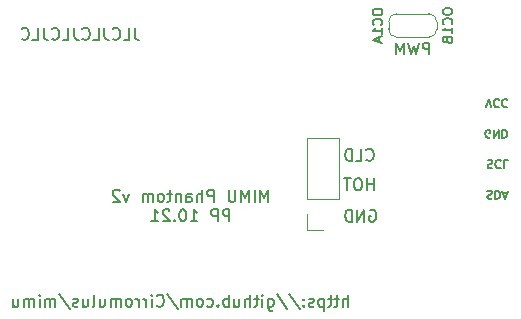
<source format=gbr>
G04 #@! TF.GenerationSoftware,KiCad,Pcbnew,5.1.10-6.fc34*
G04 #@! TF.CreationDate,2021-10-18T15:52:16+02:00*
G04 #@! TF.ProjectId,mimu_phantom,6d696d75-5f70-4686-916e-746f6d2e6b69,rev?*
G04 #@! TF.SameCoordinates,Original*
G04 #@! TF.FileFunction,Legend,Bot*
G04 #@! TF.FilePolarity,Positive*
%FSLAX46Y46*%
G04 Gerber Fmt 4.6, Leading zero omitted, Abs format (unit mm)*
G04 Created by KiCad (PCBNEW 5.1.10-6.fc34) date 2021-10-18 15:52:16*
%MOMM*%
%LPD*%
G01*
G04 APERTURE LIST*
%ADD10C,0.200000*%
%ADD11C,0.150000*%
%ADD12C,0.120000*%
G04 APERTURE END LIST*
D10*
X131076191Y-86407142D02*
X131123810Y-86454761D01*
X131266667Y-86502380D01*
X131361905Y-86502380D01*
X131504762Y-86454761D01*
X131600000Y-86359523D01*
X131647619Y-86264285D01*
X131695238Y-86073809D01*
X131695238Y-85930952D01*
X131647619Y-85740476D01*
X131600000Y-85645238D01*
X131504762Y-85550000D01*
X131361905Y-85502380D01*
X131266667Y-85502380D01*
X131123810Y-85550000D01*
X131076191Y-85597619D01*
X130171429Y-86502380D02*
X130647619Y-86502380D01*
X130647619Y-85502380D01*
X129838095Y-86502380D02*
X129838095Y-85502380D01*
X129600000Y-85502380D01*
X129457143Y-85550000D01*
X129361905Y-85645238D01*
X129314286Y-85740476D01*
X129266667Y-85930952D01*
X129266667Y-86073809D01*
X129314286Y-86264285D01*
X129361905Y-86359523D01*
X129457143Y-86454761D01*
X129600000Y-86502380D01*
X129838095Y-86502380D01*
X131695238Y-89002380D02*
X131695238Y-88002380D01*
X131695238Y-88478571D02*
X131123809Y-88478571D01*
X131123809Y-89002380D02*
X131123809Y-88002380D01*
X130457142Y-88002380D02*
X130266666Y-88002380D01*
X130171428Y-88050000D01*
X130076190Y-88145238D01*
X130028571Y-88335714D01*
X130028571Y-88669047D01*
X130076190Y-88859523D01*
X130171428Y-88954761D01*
X130266666Y-89002380D01*
X130457142Y-89002380D01*
X130552381Y-88954761D01*
X130647619Y-88859523D01*
X130695238Y-88669047D01*
X130695238Y-88335714D01*
X130647619Y-88145238D01*
X130552381Y-88050000D01*
X130457142Y-88002380D01*
X129742857Y-88002380D02*
X129171428Y-88002380D01*
X129457142Y-89002380D02*
X129457142Y-88002380D01*
X131361904Y-90700000D02*
X131457142Y-90652380D01*
X131600000Y-90652380D01*
X131742857Y-90700000D01*
X131838095Y-90795238D01*
X131885714Y-90890476D01*
X131933333Y-91080952D01*
X131933333Y-91223809D01*
X131885714Y-91414285D01*
X131838095Y-91509523D01*
X131742857Y-91604761D01*
X131600000Y-91652380D01*
X131504761Y-91652380D01*
X131361904Y-91604761D01*
X131314285Y-91557142D01*
X131314285Y-91223809D01*
X131504761Y-91223809D01*
X130885714Y-91652380D02*
X130885714Y-90652380D01*
X130314285Y-91652380D01*
X130314285Y-90652380D01*
X129838095Y-91652380D02*
X129838095Y-90652380D01*
X129600000Y-90652380D01*
X129457142Y-90700000D01*
X129361904Y-90795238D01*
X129314285Y-90890476D01*
X129266666Y-91080952D01*
X129266666Y-91223809D01*
X129314285Y-91414285D01*
X129361904Y-91509523D01*
X129457142Y-91604761D01*
X129600000Y-91652380D01*
X129838095Y-91652380D01*
D11*
X129516666Y-98852380D02*
X129516666Y-97852380D01*
X129088095Y-98852380D02*
X129088095Y-98328571D01*
X129135714Y-98233333D01*
X129230952Y-98185714D01*
X129373809Y-98185714D01*
X129469047Y-98233333D01*
X129516666Y-98280952D01*
X128754761Y-98185714D02*
X128373809Y-98185714D01*
X128611904Y-97852380D02*
X128611904Y-98709523D01*
X128564285Y-98804761D01*
X128469047Y-98852380D01*
X128373809Y-98852380D01*
X128183333Y-98185714D02*
X127802380Y-98185714D01*
X128040476Y-97852380D02*
X128040476Y-98709523D01*
X127992857Y-98804761D01*
X127897619Y-98852380D01*
X127802380Y-98852380D01*
X127469047Y-98185714D02*
X127469047Y-99185714D01*
X127469047Y-98233333D02*
X127373809Y-98185714D01*
X127183333Y-98185714D01*
X127088095Y-98233333D01*
X127040476Y-98280952D01*
X126992857Y-98376190D01*
X126992857Y-98661904D01*
X127040476Y-98757142D01*
X127088095Y-98804761D01*
X127183333Y-98852380D01*
X127373809Y-98852380D01*
X127469047Y-98804761D01*
X126611904Y-98804761D02*
X126516666Y-98852380D01*
X126326190Y-98852380D01*
X126230952Y-98804761D01*
X126183333Y-98709523D01*
X126183333Y-98661904D01*
X126230952Y-98566666D01*
X126326190Y-98519047D01*
X126469047Y-98519047D01*
X126564285Y-98471428D01*
X126611904Y-98376190D01*
X126611904Y-98328571D01*
X126564285Y-98233333D01*
X126469047Y-98185714D01*
X126326190Y-98185714D01*
X126230952Y-98233333D01*
X125754761Y-98757142D02*
X125707142Y-98804761D01*
X125754761Y-98852380D01*
X125802380Y-98804761D01*
X125754761Y-98757142D01*
X125754761Y-98852380D01*
X125754761Y-98233333D02*
X125707142Y-98280952D01*
X125754761Y-98328571D01*
X125802380Y-98280952D01*
X125754761Y-98233333D01*
X125754761Y-98328571D01*
X124564285Y-97804761D02*
X125421428Y-99090476D01*
X123516666Y-97804761D02*
X124373809Y-99090476D01*
X122754761Y-98185714D02*
X122754761Y-98995238D01*
X122802380Y-99090476D01*
X122850000Y-99138095D01*
X122945238Y-99185714D01*
X123088095Y-99185714D01*
X123183333Y-99138095D01*
X122754761Y-98804761D02*
X122850000Y-98852380D01*
X123040476Y-98852380D01*
X123135714Y-98804761D01*
X123183333Y-98757142D01*
X123230952Y-98661904D01*
X123230952Y-98376190D01*
X123183333Y-98280952D01*
X123135714Y-98233333D01*
X123040476Y-98185714D01*
X122850000Y-98185714D01*
X122754761Y-98233333D01*
X122278571Y-98852380D02*
X122278571Y-98185714D01*
X122278571Y-97852380D02*
X122326190Y-97900000D01*
X122278571Y-97947619D01*
X122230952Y-97900000D01*
X122278571Y-97852380D01*
X122278571Y-97947619D01*
X121945238Y-98185714D02*
X121564285Y-98185714D01*
X121802380Y-97852380D02*
X121802380Y-98709523D01*
X121754761Y-98804761D01*
X121659523Y-98852380D01*
X121564285Y-98852380D01*
X121230952Y-98852380D02*
X121230952Y-97852380D01*
X120802380Y-98852380D02*
X120802380Y-98328571D01*
X120850000Y-98233333D01*
X120945238Y-98185714D01*
X121088095Y-98185714D01*
X121183333Y-98233333D01*
X121230952Y-98280952D01*
X119897619Y-98185714D02*
X119897619Y-98852380D01*
X120326190Y-98185714D02*
X120326190Y-98709523D01*
X120278571Y-98804761D01*
X120183333Y-98852380D01*
X120040476Y-98852380D01*
X119945238Y-98804761D01*
X119897619Y-98757142D01*
X119421428Y-98852380D02*
X119421428Y-97852380D01*
X119421428Y-98233333D02*
X119326190Y-98185714D01*
X119135714Y-98185714D01*
X119040476Y-98233333D01*
X118992857Y-98280952D01*
X118945238Y-98376190D01*
X118945238Y-98661904D01*
X118992857Y-98757142D01*
X119040476Y-98804761D01*
X119135714Y-98852380D01*
X119326190Y-98852380D01*
X119421428Y-98804761D01*
X118516666Y-98757142D02*
X118469047Y-98804761D01*
X118516666Y-98852380D01*
X118564285Y-98804761D01*
X118516666Y-98757142D01*
X118516666Y-98852380D01*
X117611904Y-98804761D02*
X117707142Y-98852380D01*
X117897619Y-98852380D01*
X117992857Y-98804761D01*
X118040476Y-98757142D01*
X118088095Y-98661904D01*
X118088095Y-98376190D01*
X118040476Y-98280952D01*
X117992857Y-98233333D01*
X117897619Y-98185714D01*
X117707142Y-98185714D01*
X117611904Y-98233333D01*
X117040476Y-98852380D02*
X117135714Y-98804761D01*
X117183333Y-98757142D01*
X117230952Y-98661904D01*
X117230952Y-98376190D01*
X117183333Y-98280952D01*
X117135714Y-98233333D01*
X117040476Y-98185714D01*
X116897619Y-98185714D01*
X116802380Y-98233333D01*
X116754761Y-98280952D01*
X116707142Y-98376190D01*
X116707142Y-98661904D01*
X116754761Y-98757142D01*
X116802380Y-98804761D01*
X116897619Y-98852380D01*
X117040476Y-98852380D01*
X116278571Y-98852380D02*
X116278571Y-98185714D01*
X116278571Y-98280952D02*
X116230952Y-98233333D01*
X116135714Y-98185714D01*
X115992857Y-98185714D01*
X115897619Y-98233333D01*
X115850000Y-98328571D01*
X115850000Y-98852380D01*
X115850000Y-98328571D02*
X115802380Y-98233333D01*
X115707142Y-98185714D01*
X115564285Y-98185714D01*
X115469047Y-98233333D01*
X115421428Y-98328571D01*
X115421428Y-98852380D01*
X114230952Y-97804761D02*
X115088095Y-99090476D01*
X113326190Y-98757142D02*
X113373809Y-98804761D01*
X113516666Y-98852380D01*
X113611904Y-98852380D01*
X113754761Y-98804761D01*
X113850000Y-98709523D01*
X113897619Y-98614285D01*
X113945238Y-98423809D01*
X113945238Y-98280952D01*
X113897619Y-98090476D01*
X113850000Y-97995238D01*
X113754761Y-97900000D01*
X113611904Y-97852380D01*
X113516666Y-97852380D01*
X113373809Y-97900000D01*
X113326190Y-97947619D01*
X112897619Y-98852380D02*
X112897619Y-98185714D01*
X112897619Y-97852380D02*
X112945238Y-97900000D01*
X112897619Y-97947619D01*
X112850000Y-97900000D01*
X112897619Y-97852380D01*
X112897619Y-97947619D01*
X112421428Y-98852380D02*
X112421428Y-98185714D01*
X112421428Y-98376190D02*
X112373809Y-98280952D01*
X112326190Y-98233333D01*
X112230952Y-98185714D01*
X112135714Y-98185714D01*
X111802380Y-98852380D02*
X111802380Y-98185714D01*
X111802380Y-98376190D02*
X111754761Y-98280952D01*
X111707142Y-98233333D01*
X111611904Y-98185714D01*
X111516666Y-98185714D01*
X111040476Y-98852380D02*
X111135714Y-98804761D01*
X111183333Y-98757142D01*
X111230952Y-98661904D01*
X111230952Y-98376190D01*
X111183333Y-98280952D01*
X111135714Y-98233333D01*
X111040476Y-98185714D01*
X110897619Y-98185714D01*
X110802380Y-98233333D01*
X110754761Y-98280952D01*
X110707142Y-98376190D01*
X110707142Y-98661904D01*
X110754761Y-98757142D01*
X110802380Y-98804761D01*
X110897619Y-98852380D01*
X111040476Y-98852380D01*
X110278571Y-98852380D02*
X110278571Y-98185714D01*
X110278571Y-98280952D02*
X110230952Y-98233333D01*
X110135714Y-98185714D01*
X109992857Y-98185714D01*
X109897619Y-98233333D01*
X109850000Y-98328571D01*
X109850000Y-98852380D01*
X109850000Y-98328571D02*
X109802380Y-98233333D01*
X109707142Y-98185714D01*
X109564285Y-98185714D01*
X109469047Y-98233333D01*
X109421428Y-98328571D01*
X109421428Y-98852380D01*
X108516666Y-98185714D02*
X108516666Y-98852380D01*
X108945238Y-98185714D02*
X108945238Y-98709523D01*
X108897619Y-98804761D01*
X108802380Y-98852380D01*
X108659523Y-98852380D01*
X108564285Y-98804761D01*
X108516666Y-98757142D01*
X107897619Y-98852380D02*
X107992857Y-98804761D01*
X108040476Y-98709523D01*
X108040476Y-97852380D01*
X107088095Y-98185714D02*
X107088095Y-98852380D01*
X107516666Y-98185714D02*
X107516666Y-98709523D01*
X107469047Y-98804761D01*
X107373809Y-98852380D01*
X107230952Y-98852380D01*
X107135714Y-98804761D01*
X107088095Y-98757142D01*
X106659523Y-98804761D02*
X106564285Y-98852380D01*
X106373809Y-98852380D01*
X106278571Y-98804761D01*
X106230952Y-98709523D01*
X106230952Y-98661904D01*
X106278571Y-98566666D01*
X106373809Y-98519047D01*
X106516666Y-98519047D01*
X106611904Y-98471428D01*
X106659523Y-98376190D01*
X106659523Y-98328571D01*
X106611904Y-98233333D01*
X106516666Y-98185714D01*
X106373809Y-98185714D01*
X106278571Y-98233333D01*
X105088095Y-97804761D02*
X105945238Y-99090476D01*
X104754761Y-98852380D02*
X104754761Y-98185714D01*
X104754761Y-98280952D02*
X104707142Y-98233333D01*
X104611904Y-98185714D01*
X104469047Y-98185714D01*
X104373809Y-98233333D01*
X104326190Y-98328571D01*
X104326190Y-98852380D01*
X104326190Y-98328571D02*
X104278571Y-98233333D01*
X104183333Y-98185714D01*
X104040476Y-98185714D01*
X103945238Y-98233333D01*
X103897619Y-98328571D01*
X103897619Y-98852380D01*
X103421428Y-98852380D02*
X103421428Y-98185714D01*
X103421428Y-97852380D02*
X103469047Y-97900000D01*
X103421428Y-97947619D01*
X103373809Y-97900000D01*
X103421428Y-97852380D01*
X103421428Y-97947619D01*
X102945238Y-98852380D02*
X102945238Y-98185714D01*
X102945238Y-98280952D02*
X102897619Y-98233333D01*
X102802380Y-98185714D01*
X102659523Y-98185714D01*
X102564285Y-98233333D01*
X102516666Y-98328571D01*
X102516666Y-98852380D01*
X102516666Y-98328571D02*
X102469047Y-98233333D01*
X102373809Y-98185714D01*
X102230952Y-98185714D01*
X102135714Y-98233333D01*
X102088095Y-98328571D01*
X102088095Y-98852380D01*
X101183333Y-98185714D02*
X101183333Y-98852380D01*
X101611904Y-98185714D02*
X101611904Y-98709523D01*
X101564285Y-98804761D01*
X101469047Y-98852380D01*
X101326190Y-98852380D01*
X101230952Y-98804761D01*
X101183333Y-98757142D01*
X141300000Y-89066666D02*
X141400000Y-89033333D01*
X141566666Y-89033333D01*
X141633333Y-89066666D01*
X141666666Y-89100000D01*
X141700000Y-89166666D01*
X141700000Y-89233333D01*
X141666666Y-89300000D01*
X141633333Y-89333333D01*
X141566666Y-89366666D01*
X141433333Y-89400000D01*
X141366666Y-89433333D01*
X141333333Y-89466666D01*
X141300000Y-89533333D01*
X141300000Y-89600000D01*
X141333333Y-89666666D01*
X141366666Y-89700000D01*
X141433333Y-89733333D01*
X141600000Y-89733333D01*
X141700000Y-89700000D01*
X142000000Y-89033333D02*
X142000000Y-89733333D01*
X142166666Y-89733333D01*
X142266666Y-89700000D01*
X142333333Y-89633333D01*
X142366666Y-89566666D01*
X142400000Y-89433333D01*
X142400000Y-89333333D01*
X142366666Y-89200000D01*
X142333333Y-89133333D01*
X142266666Y-89066666D01*
X142166666Y-89033333D01*
X142000000Y-89033333D01*
X142666666Y-89233333D02*
X143000000Y-89233333D01*
X142600000Y-89033333D02*
X142833333Y-89733333D01*
X143066666Y-89033333D01*
X141333333Y-86483332D02*
X141433333Y-86449999D01*
X141600000Y-86449999D01*
X141666667Y-86483332D01*
X141700000Y-86516666D01*
X141733333Y-86583332D01*
X141733333Y-86649999D01*
X141700000Y-86716666D01*
X141666667Y-86749999D01*
X141600000Y-86783332D01*
X141466667Y-86816666D01*
X141400000Y-86849999D01*
X141366667Y-86883332D01*
X141333333Y-86949999D01*
X141333333Y-87016666D01*
X141366667Y-87083332D01*
X141400000Y-87116666D01*
X141466667Y-87149999D01*
X141633333Y-87149999D01*
X141733333Y-87116666D01*
X142433333Y-86516666D02*
X142400000Y-86483332D01*
X142300000Y-86449999D01*
X142233333Y-86449999D01*
X142133333Y-86483332D01*
X142066667Y-86549999D01*
X142033333Y-86616666D01*
X142000000Y-86749999D01*
X142000000Y-86849999D01*
X142033333Y-86983332D01*
X142066667Y-87049999D01*
X142133333Y-87116666D01*
X142233333Y-87149999D01*
X142300000Y-87149999D01*
X142400000Y-87116666D01*
X142433333Y-87083332D01*
X143066667Y-86449999D02*
X142733333Y-86449999D01*
X142733333Y-87149999D01*
X141533333Y-84533333D02*
X141466667Y-84566666D01*
X141366667Y-84566666D01*
X141266667Y-84533333D01*
X141200000Y-84466666D01*
X141166667Y-84399999D01*
X141133333Y-84266666D01*
X141133333Y-84166666D01*
X141166667Y-84033333D01*
X141200000Y-83966666D01*
X141266667Y-83899999D01*
X141366667Y-83866666D01*
X141433333Y-83866666D01*
X141533333Y-83899999D01*
X141566667Y-83933333D01*
X141566667Y-84166666D01*
X141433333Y-84166666D01*
X141866667Y-83866666D02*
X141866667Y-84566666D01*
X142266667Y-83866666D01*
X142266667Y-84566666D01*
X142600000Y-83866666D02*
X142600000Y-84566666D01*
X142766667Y-84566666D01*
X142866667Y-84533333D01*
X142933333Y-84466666D01*
X142966667Y-84399999D01*
X143000000Y-84266666D01*
X143000000Y-84166666D01*
X142966667Y-84033333D01*
X142933333Y-83966666D01*
X142866667Y-83899999D01*
X142766667Y-83866666D01*
X142600000Y-83866666D01*
X141199999Y-81983333D02*
X141433333Y-81283333D01*
X141666666Y-81983333D01*
X142299999Y-81350000D02*
X142266666Y-81316666D01*
X142166666Y-81283333D01*
X142099999Y-81283333D01*
X141999999Y-81316666D01*
X141933333Y-81383333D01*
X141899999Y-81450000D01*
X141866666Y-81583333D01*
X141866666Y-81683333D01*
X141899999Y-81816666D01*
X141933333Y-81883333D01*
X141999999Y-81950000D01*
X142099999Y-81983333D01*
X142166666Y-81983333D01*
X142266666Y-81950000D01*
X142299999Y-81916666D01*
X142999999Y-81350000D02*
X142966666Y-81316666D01*
X142866666Y-81283333D01*
X142799999Y-81283333D01*
X142699999Y-81316666D01*
X142633333Y-81383333D01*
X142599999Y-81450000D01*
X142566666Y-81583333D01*
X142566666Y-81683333D01*
X142599999Y-81816666D01*
X142633333Y-81883333D01*
X142699999Y-81950000D01*
X142799999Y-81983333D01*
X142866666Y-81983333D01*
X142966666Y-81950000D01*
X142999999Y-81916666D01*
X122747619Y-89977380D02*
X122747619Y-88977380D01*
X122414285Y-89691666D01*
X122080952Y-88977380D01*
X122080952Y-89977380D01*
X121604761Y-89977380D02*
X121604761Y-88977380D01*
X121128571Y-89977380D02*
X121128571Y-88977380D01*
X120795238Y-89691666D01*
X120461904Y-88977380D01*
X120461904Y-89977380D01*
X119985714Y-88977380D02*
X119985714Y-89786904D01*
X119938095Y-89882142D01*
X119890476Y-89929761D01*
X119795238Y-89977380D01*
X119604761Y-89977380D01*
X119509523Y-89929761D01*
X119461904Y-89882142D01*
X119414285Y-89786904D01*
X119414285Y-88977380D01*
X118176190Y-89977380D02*
X118176190Y-88977380D01*
X117795238Y-88977380D01*
X117700000Y-89025000D01*
X117652380Y-89072619D01*
X117604761Y-89167857D01*
X117604761Y-89310714D01*
X117652380Y-89405952D01*
X117700000Y-89453571D01*
X117795238Y-89501190D01*
X118176190Y-89501190D01*
X117176190Y-89977380D02*
X117176190Y-88977380D01*
X116747619Y-89977380D02*
X116747619Y-89453571D01*
X116795238Y-89358333D01*
X116890476Y-89310714D01*
X117033333Y-89310714D01*
X117128571Y-89358333D01*
X117176190Y-89405952D01*
X115842857Y-89977380D02*
X115842857Y-89453571D01*
X115890476Y-89358333D01*
X115985714Y-89310714D01*
X116176190Y-89310714D01*
X116271428Y-89358333D01*
X115842857Y-89929761D02*
X115938095Y-89977380D01*
X116176190Y-89977380D01*
X116271428Y-89929761D01*
X116319047Y-89834523D01*
X116319047Y-89739285D01*
X116271428Y-89644047D01*
X116176190Y-89596428D01*
X115938095Y-89596428D01*
X115842857Y-89548809D01*
X115366666Y-89310714D02*
X115366666Y-89977380D01*
X115366666Y-89405952D02*
X115319047Y-89358333D01*
X115223809Y-89310714D01*
X115080952Y-89310714D01*
X114985714Y-89358333D01*
X114938095Y-89453571D01*
X114938095Y-89977380D01*
X114604761Y-89310714D02*
X114223809Y-89310714D01*
X114461904Y-88977380D02*
X114461904Y-89834523D01*
X114414285Y-89929761D01*
X114319047Y-89977380D01*
X114223809Y-89977380D01*
X113747619Y-89977380D02*
X113842857Y-89929761D01*
X113890476Y-89882142D01*
X113938095Y-89786904D01*
X113938095Y-89501190D01*
X113890476Y-89405952D01*
X113842857Y-89358333D01*
X113747619Y-89310714D01*
X113604761Y-89310714D01*
X113509523Y-89358333D01*
X113461904Y-89405952D01*
X113414285Y-89501190D01*
X113414285Y-89786904D01*
X113461904Y-89882142D01*
X113509523Y-89929761D01*
X113604761Y-89977380D01*
X113747619Y-89977380D01*
X112985714Y-89977380D02*
X112985714Y-89310714D01*
X112985714Y-89405952D02*
X112938095Y-89358333D01*
X112842857Y-89310714D01*
X112700000Y-89310714D01*
X112604761Y-89358333D01*
X112557142Y-89453571D01*
X112557142Y-89977380D01*
X112557142Y-89453571D02*
X112509523Y-89358333D01*
X112414285Y-89310714D01*
X112271428Y-89310714D01*
X112176190Y-89358333D01*
X112128571Y-89453571D01*
X112128571Y-89977380D01*
X110985714Y-89310714D02*
X110747619Y-89977380D01*
X110509523Y-89310714D01*
X110176190Y-89072619D02*
X110128571Y-89025000D01*
X110033333Y-88977380D01*
X109795238Y-88977380D01*
X109700000Y-89025000D01*
X109652380Y-89072619D01*
X109604761Y-89167857D01*
X109604761Y-89263095D01*
X109652380Y-89405952D01*
X110223809Y-89977380D01*
X109604761Y-89977380D01*
X119485714Y-91627380D02*
X119485714Y-90627380D01*
X119104761Y-90627380D01*
X119009523Y-90675000D01*
X118961904Y-90722619D01*
X118914285Y-90817857D01*
X118914285Y-90960714D01*
X118961904Y-91055952D01*
X119009523Y-91103571D01*
X119104761Y-91151190D01*
X119485714Y-91151190D01*
X118485714Y-91627380D02*
X118485714Y-90627380D01*
X118104761Y-90627380D01*
X118009523Y-90675000D01*
X117961904Y-90722619D01*
X117914285Y-90817857D01*
X117914285Y-90960714D01*
X117961904Y-91055952D01*
X118009523Y-91103571D01*
X118104761Y-91151190D01*
X118485714Y-91151190D01*
X116200000Y-91627380D02*
X116771428Y-91627380D01*
X116485714Y-91627380D02*
X116485714Y-90627380D01*
X116580952Y-90770238D01*
X116676190Y-90865476D01*
X116771428Y-90913095D01*
X115580952Y-90627380D02*
X115485714Y-90627380D01*
X115390476Y-90675000D01*
X115342857Y-90722619D01*
X115295238Y-90817857D01*
X115247619Y-91008333D01*
X115247619Y-91246428D01*
X115295238Y-91436904D01*
X115342857Y-91532142D01*
X115390476Y-91579761D01*
X115485714Y-91627380D01*
X115580952Y-91627380D01*
X115676190Y-91579761D01*
X115723809Y-91532142D01*
X115771428Y-91436904D01*
X115819047Y-91246428D01*
X115819047Y-91008333D01*
X115771428Y-90817857D01*
X115723809Y-90722619D01*
X115676190Y-90675000D01*
X115580952Y-90627380D01*
X114819047Y-91532142D02*
X114771428Y-91579761D01*
X114819047Y-91627380D01*
X114866666Y-91579761D01*
X114819047Y-91532142D01*
X114819047Y-91627380D01*
X114390476Y-90722619D02*
X114342857Y-90675000D01*
X114247619Y-90627380D01*
X114009523Y-90627380D01*
X113914285Y-90675000D01*
X113866666Y-90722619D01*
X113819047Y-90817857D01*
X113819047Y-90913095D01*
X113866666Y-91055952D01*
X114438095Y-91627380D01*
X113819047Y-91627380D01*
X112866666Y-91627380D02*
X113438095Y-91627380D01*
X113152380Y-91627380D02*
X113152380Y-90627380D01*
X113247619Y-90770238D01*
X113342857Y-90865476D01*
X113438095Y-90913095D01*
X111469047Y-75252380D02*
X111469047Y-75966666D01*
X111516666Y-76109523D01*
X111611904Y-76204761D01*
X111754761Y-76252380D01*
X111850000Y-76252380D01*
X110516666Y-76252380D02*
X110992857Y-76252380D01*
X110992857Y-75252380D01*
X109611904Y-76157142D02*
X109659523Y-76204761D01*
X109802380Y-76252380D01*
X109897619Y-76252380D01*
X110040476Y-76204761D01*
X110135714Y-76109523D01*
X110183333Y-76014285D01*
X110230952Y-75823809D01*
X110230952Y-75680952D01*
X110183333Y-75490476D01*
X110135714Y-75395238D01*
X110040476Y-75300000D01*
X109897619Y-75252380D01*
X109802380Y-75252380D01*
X109659523Y-75300000D01*
X109611904Y-75347619D01*
X108897619Y-75252380D02*
X108897619Y-75966666D01*
X108945238Y-76109523D01*
X109040476Y-76204761D01*
X109183333Y-76252380D01*
X109278571Y-76252380D01*
X107945238Y-76252380D02*
X108421428Y-76252380D01*
X108421428Y-75252380D01*
X107040476Y-76157142D02*
X107088095Y-76204761D01*
X107230952Y-76252380D01*
X107326190Y-76252380D01*
X107469047Y-76204761D01*
X107564285Y-76109523D01*
X107611904Y-76014285D01*
X107659523Y-75823809D01*
X107659523Y-75680952D01*
X107611904Y-75490476D01*
X107564285Y-75395238D01*
X107469047Y-75300000D01*
X107326190Y-75252380D01*
X107230952Y-75252380D01*
X107088095Y-75300000D01*
X107040476Y-75347619D01*
X106326190Y-75252380D02*
X106326190Y-75966666D01*
X106373809Y-76109523D01*
X106469047Y-76204761D01*
X106611904Y-76252380D01*
X106707142Y-76252380D01*
X105373809Y-76252380D02*
X105850000Y-76252380D01*
X105850000Y-75252380D01*
X104469047Y-76157142D02*
X104516666Y-76204761D01*
X104659523Y-76252380D01*
X104754761Y-76252380D01*
X104897619Y-76204761D01*
X104992857Y-76109523D01*
X105040476Y-76014285D01*
X105088095Y-75823809D01*
X105088095Y-75680952D01*
X105040476Y-75490476D01*
X104992857Y-75395238D01*
X104897619Y-75300000D01*
X104754761Y-75252380D01*
X104659523Y-75252380D01*
X104516666Y-75300000D01*
X104469047Y-75347619D01*
X103754761Y-75252380D02*
X103754761Y-75966666D01*
X103802380Y-76109523D01*
X103897619Y-76204761D01*
X104040476Y-76252380D01*
X104135714Y-76252380D01*
X102802380Y-76252380D02*
X103278571Y-76252380D01*
X103278571Y-75252380D01*
X101897619Y-76157142D02*
X101945238Y-76204761D01*
X102088095Y-76252380D01*
X102183333Y-76252380D01*
X102326190Y-76204761D01*
X102421428Y-76109523D01*
X102469047Y-76014285D01*
X102516666Y-75823809D01*
X102516666Y-75680952D01*
X102469047Y-75490476D01*
X102421428Y-75395238D01*
X102326190Y-75300000D01*
X102183333Y-75252380D01*
X102088095Y-75252380D01*
X101945238Y-75300000D01*
X101897619Y-75347619D01*
D12*
X132950000Y-75350000D02*
G75*
G03*
X133650000Y-76050000I700000J0D01*
G01*
X133650000Y-74050000D02*
G75*
G03*
X132950000Y-74750000I0J-700000D01*
G01*
X137050000Y-74750000D02*
G75*
G03*
X136350000Y-74050000I-700000J0D01*
G01*
X136350000Y-76050000D02*
G75*
G03*
X137050000Y-75350000I0J700000D01*
G01*
X132950000Y-74750000D02*
X132950000Y-75350000D01*
X136400000Y-74050000D02*
X133600000Y-74050000D01*
X137050000Y-75350000D02*
X137050000Y-74750000D01*
X133600000Y-76050000D02*
X136400000Y-76050000D01*
X126070000Y-84590000D02*
X128730000Y-84590000D01*
X126070000Y-89730000D02*
X126070000Y-84590000D01*
X128730000Y-89730000D02*
X128730000Y-84590000D01*
X126070000Y-89730000D02*
X128730000Y-89730000D01*
X126070000Y-91000000D02*
X126070000Y-92330000D01*
X126070000Y-92330000D02*
X127400000Y-92330000D01*
D11*
X136404761Y-77502380D02*
X136404761Y-76502380D01*
X136023809Y-76502380D01*
X135928571Y-76550000D01*
X135880952Y-76597619D01*
X135833333Y-76692857D01*
X135833333Y-76835714D01*
X135880952Y-76930952D01*
X135928571Y-76978571D01*
X136023809Y-77026190D01*
X136404761Y-77026190D01*
X135500000Y-76502380D02*
X135261904Y-77502380D01*
X135071428Y-76788095D01*
X134880952Y-77502380D01*
X134642857Y-76502380D01*
X134261904Y-77502380D02*
X134261904Y-76502380D01*
X133928571Y-77216666D01*
X133595238Y-76502380D01*
X133595238Y-77502380D01*
X131611904Y-73850000D02*
X131611904Y-74002380D01*
X131650000Y-74078571D01*
X131726190Y-74154761D01*
X131878571Y-74192857D01*
X132145238Y-74192857D01*
X132297619Y-74154761D01*
X132373809Y-74078571D01*
X132411904Y-74002380D01*
X132411904Y-73850000D01*
X132373809Y-73773809D01*
X132297619Y-73697619D01*
X132145238Y-73659523D01*
X131878571Y-73659523D01*
X131726190Y-73697619D01*
X131650000Y-73773809D01*
X131611904Y-73850000D01*
X132335714Y-74992857D02*
X132373809Y-74954761D01*
X132411904Y-74840476D01*
X132411904Y-74764285D01*
X132373809Y-74650000D01*
X132297619Y-74573809D01*
X132221428Y-74535714D01*
X132069047Y-74497619D01*
X131954761Y-74497619D01*
X131802380Y-74535714D01*
X131726190Y-74573809D01*
X131650000Y-74650000D01*
X131611904Y-74764285D01*
X131611904Y-74840476D01*
X131650000Y-74954761D01*
X131688095Y-74992857D01*
X132411904Y-75754761D02*
X132411904Y-75297619D01*
X132411904Y-75526190D02*
X131611904Y-75526190D01*
X131726190Y-75450000D01*
X131802380Y-75373809D01*
X131840476Y-75297619D01*
X132183333Y-76059523D02*
X132183333Y-76440476D01*
X132411904Y-75983333D02*
X131611904Y-76250000D01*
X132411904Y-76516666D01*
X137561904Y-73792857D02*
X137561904Y-73945238D01*
X137600000Y-74021428D01*
X137676190Y-74097619D01*
X137828571Y-74135714D01*
X138095238Y-74135714D01*
X138247619Y-74097619D01*
X138323809Y-74021428D01*
X138361904Y-73945238D01*
X138361904Y-73792857D01*
X138323809Y-73716666D01*
X138247619Y-73640476D01*
X138095238Y-73602380D01*
X137828571Y-73602380D01*
X137676190Y-73640476D01*
X137600000Y-73716666D01*
X137561904Y-73792857D01*
X138285714Y-74935714D02*
X138323809Y-74897619D01*
X138361904Y-74783333D01*
X138361904Y-74707142D01*
X138323809Y-74592857D01*
X138247619Y-74516666D01*
X138171428Y-74478571D01*
X138019047Y-74440476D01*
X137904761Y-74440476D01*
X137752380Y-74478571D01*
X137676190Y-74516666D01*
X137600000Y-74592857D01*
X137561904Y-74707142D01*
X137561904Y-74783333D01*
X137600000Y-74897619D01*
X137638095Y-74935714D01*
X138361904Y-75697619D02*
X138361904Y-75240476D01*
X138361904Y-75469047D02*
X137561904Y-75469047D01*
X137676190Y-75392857D01*
X137752380Y-75316666D01*
X137790476Y-75240476D01*
X137942857Y-76307142D02*
X137980952Y-76421428D01*
X138019047Y-76459523D01*
X138095238Y-76497619D01*
X138209523Y-76497619D01*
X138285714Y-76459523D01*
X138323809Y-76421428D01*
X138361904Y-76345238D01*
X138361904Y-76040476D01*
X137561904Y-76040476D01*
X137561904Y-76307142D01*
X137600000Y-76383333D01*
X137638095Y-76421428D01*
X137714285Y-76459523D01*
X137790476Y-76459523D01*
X137866666Y-76421428D01*
X137904761Y-76383333D01*
X137942857Y-76307142D01*
X137942857Y-76040476D01*
M02*

</source>
